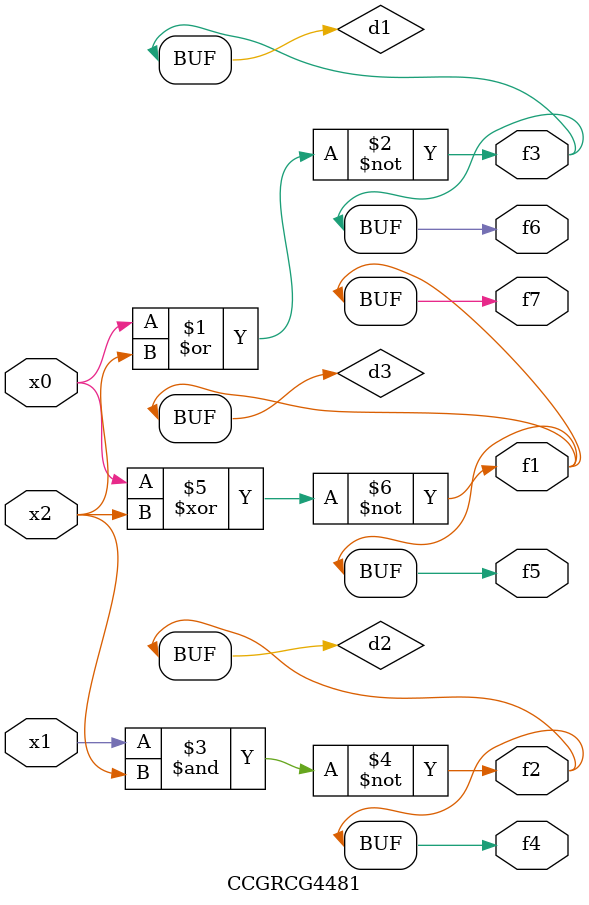
<source format=v>
module CCGRCG4481(
	input x0, x1, x2,
	output f1, f2, f3, f4, f5, f6, f7
);

	wire d1, d2, d3;

	nor (d1, x0, x2);
	nand (d2, x1, x2);
	xnor (d3, x0, x2);
	assign f1 = d3;
	assign f2 = d2;
	assign f3 = d1;
	assign f4 = d2;
	assign f5 = d3;
	assign f6 = d1;
	assign f7 = d3;
endmodule

</source>
